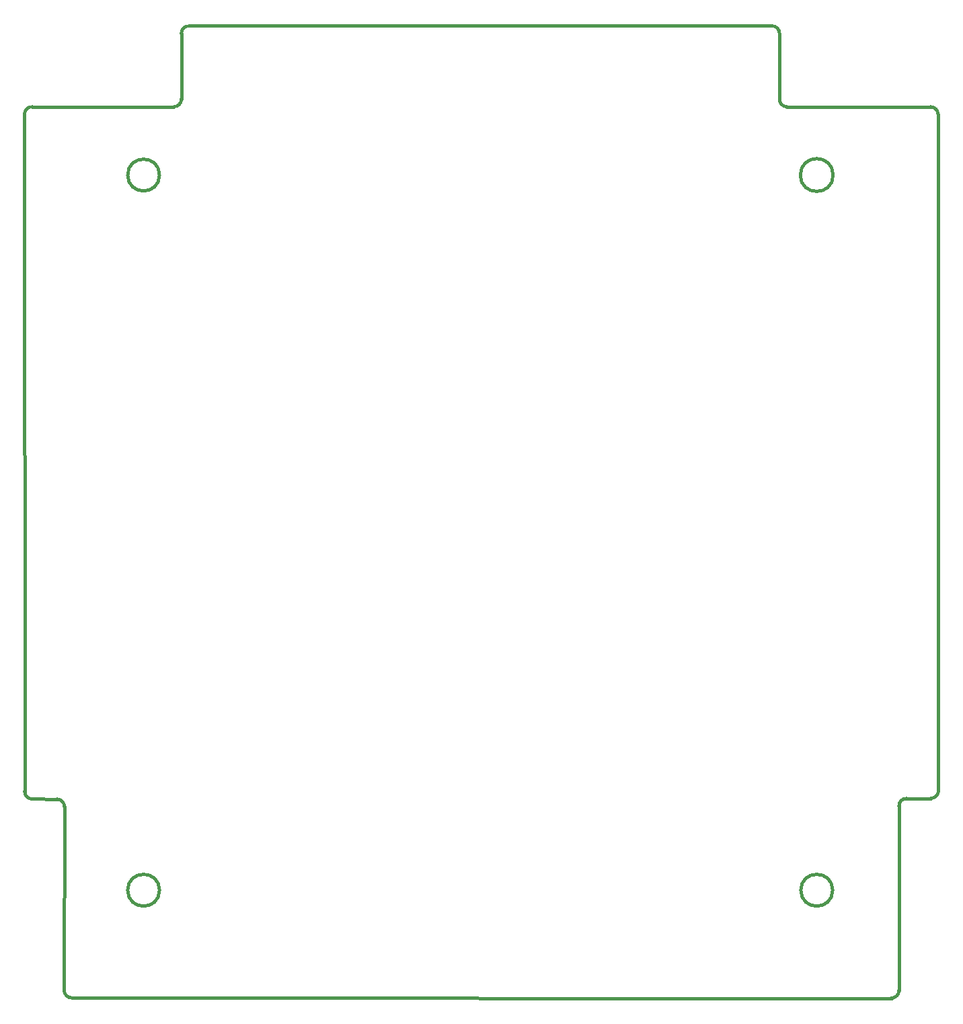
<source format=gm1>
%TF.GenerationSoftware,KiCad,Pcbnew,(6.0.8)*%
%TF.CreationDate,2022-11-12T14:36:56+01:00*%
%TF.ProjectId,m061,6d303631-2e6b-4696-9361-645f70636258,1.0*%
%TF.SameCoordinates,Original*%
%TF.FileFunction,Profile,NP*%
%FSLAX46Y46*%
G04 Gerber Fmt 4.6, Leading zero omitted, Abs format (unit mm)*
G04 Created by KiCad (PCBNEW (6.0.8)) date 2022-11-12 14:36:56*
%MOMM*%
%LPD*%
G01*
G04 APERTURE LIST*
%TA.AperFunction,Profile*%
%ADD10C,0.381000*%
%TD*%
G04 APERTURE END LIST*
D10*
X21006900Y-155100000D02*
G75*
G03*
X21956884Y-156050000I950200J200D01*
G01*
X21956884Y-156050000D02*
X125150000Y-156078249D01*
X35751902Y-34681502D02*
X35758400Y-42959751D01*
X32998980Y-52500000D02*
G75*
G03*
X32998980Y-52500000I-1998980J0D01*
G01*
X117812505Y-52500000D02*
G75*
G03*
X117812505Y-52500000I-2062505J0D01*
G01*
X130078219Y-43921781D02*
X112001902Y-43909751D01*
X16000000Y-44850000D02*
X16017200Y-130063200D01*
X131074200Y-129987000D02*
X131028219Y-44871781D01*
X111051949Y-42959751D02*
G75*
G03*
X112001902Y-43909751I950051J51D01*
G01*
X21006884Y-155100000D02*
X21030116Y-131989688D01*
X34808400Y-43909800D02*
G75*
G03*
X35758400Y-42959751I0J950000D01*
G01*
X36701902Y-33731502D02*
G75*
G03*
X35751902Y-34681502I98J-950098D01*
G01*
X125150000Y-156078200D02*
G75*
G03*
X126100000Y-155128249I0J950000D01*
G01*
X16017200Y-130063200D02*
G75*
G03*
X16967200Y-131013200I950200J200D01*
G01*
X16950000Y-43900000D02*
G75*
G03*
X16000000Y-44850000I0J-950000D01*
G01*
X127050000Y-130950000D02*
X130124200Y-130937000D01*
X131028219Y-44871781D02*
G75*
G03*
X130078219Y-43921781I-949919J81D01*
G01*
X16950000Y-43900000D02*
X34808400Y-43909751D01*
X16967200Y-131013200D02*
X20080116Y-131039688D01*
X36830151Y-33731502D02*
X36830151Y-33731502D01*
X130124200Y-130937000D02*
G75*
G03*
X131074200Y-129987000I0J950000D01*
G01*
X110108400Y-33731502D02*
X36701902Y-33731502D01*
X117751520Y-142500000D02*
G75*
G03*
X117751520Y-142500000I-2001520J0D01*
G01*
X21030112Y-131989688D02*
G75*
G03*
X20080116Y-131039688I-950212J-212D01*
G01*
X127050000Y-130950000D02*
G75*
G03*
X126100000Y-131900000I0J-950000D01*
G01*
X33001520Y-142500000D02*
G75*
G03*
X33001520Y-142500000I-2001520J0D01*
G01*
X111051902Y-42959751D02*
X111058400Y-34681502D01*
X126100000Y-131900000D02*
X126100000Y-155128249D01*
X111058498Y-34681502D02*
G75*
G03*
X110108400Y-33731502I-950098J-98D01*
G01*
M02*

</source>
